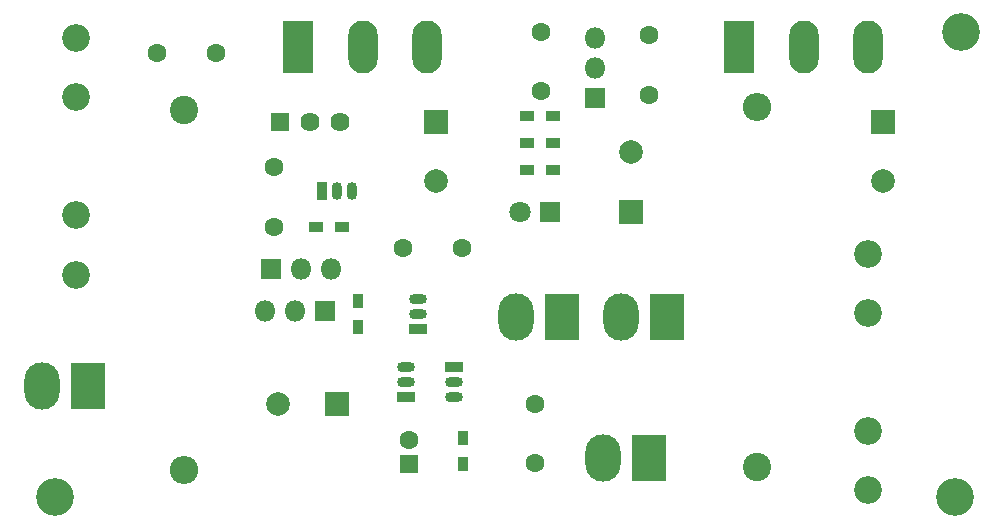
<source format=gts>
G04 #@! TF.GenerationSoftware,KiCad,Pcbnew,(2018-01-30 revision 342197bb3)-makepkg*
G04 #@! TF.CreationDate,2019-02-26T10:02:36-05:00*
G04 #@! TF.ProjectId,AAMB,41414D422E6B696361645F7063620000,rev?*
G04 #@! TF.SameCoordinates,Original*
G04 #@! TF.FileFunction,Soldermask,Top*
G04 #@! TF.FilePolarity,Negative*
%FSLAX46Y46*%
G04 Gerber Fmt 4.6, Leading zero omitted, Abs format (unit mm)*
G04 Created by KiCad (PCBNEW (2018-01-30 revision 342197bb3)-makepkg) date 02/26/19 10:02:36*
%MOMM*%
%LPD*%
G01*
G04 APERTURE LIST*
%ADD10C,3.200000*%
%ADD11C,1.600000*%
%ADD12R,1.600000X1.600000*%
%ADD13C,2.000000*%
%ADD14R,2.000000X2.000000*%
%ADD15C,1.800000*%
%ADD16R,1.800000X1.800000*%
%ADD17C,2.350000*%
%ADD18O,3.000000X4.000000*%
%ADD19R,3.000000X4.000000*%
%ADD20O,1.500000X0.900000*%
%ADD21R,1.500000X0.900000*%
%ADD22O,1.800000X1.800000*%
%ADD23R,0.900000X1.500000*%
%ADD24O,0.900000X1.500000*%
%ADD25R,2.500000X4.500000*%
%ADD26O,2.500000X4.500000*%
%ADD27R,0.900000X1.200000*%
%ADD28R,1.200000X0.900000*%
%ADD29O,2.400000X2.400000*%
%ADD30C,2.400000*%
%ADD31C,1.620000*%
%ADD32R,1.620000X1.620000*%
G04 APERTURE END LIST*
D10*
X125476000Y-96012000D03*
D11*
X155448000Y-91218000D03*
D12*
X155448000Y-93218000D03*
D11*
X166116000Y-93138000D03*
X166116000Y-88138000D03*
D13*
X144352000Y-88138000D03*
D14*
X149352000Y-88138000D03*
D11*
X144018000Y-73152000D03*
X144018000Y-68152000D03*
D14*
X174244000Y-71882000D03*
D13*
X174244000Y-66882000D03*
D11*
X166624000Y-61642000D03*
X166624000Y-56642000D03*
X139112000Y-58420000D03*
X134112000Y-58420000D03*
X154940000Y-74930000D03*
X159940000Y-74930000D03*
X175768000Y-56976000D03*
X175768000Y-61976000D03*
D14*
X157734000Y-64262000D03*
D13*
X157734000Y-69262000D03*
X195580000Y-69262000D03*
D14*
X195580000Y-64262000D03*
D15*
X164846000Y-71882000D03*
D16*
X167386000Y-71882000D03*
D17*
X127254000Y-62216000D03*
X127254000Y-57216000D03*
X127254000Y-72216000D03*
X127254000Y-77216000D03*
X194310000Y-95438000D03*
X194310000Y-90438000D03*
X194310000Y-75438000D03*
X194310000Y-80438000D03*
D18*
X164439600Y-80772000D03*
D19*
X168402000Y-80772000D03*
D20*
X159258000Y-86325500D03*
X159258000Y-87595500D03*
D21*
X159258000Y-85055500D03*
D20*
X156210000Y-80518000D03*
X156210000Y-79248000D03*
D21*
X156210000Y-81788000D03*
X155194000Y-87595500D03*
D20*
X155194000Y-85055500D03*
X155194000Y-86325500D03*
D22*
X143256000Y-80264000D03*
X145796000Y-80264000D03*
D16*
X148336000Y-80264000D03*
D23*
X148082000Y-70104000D03*
D24*
X150622000Y-70104000D03*
X149352000Y-70104000D03*
D22*
X148844000Y-76708000D03*
X146304000Y-76708000D03*
D16*
X143764000Y-76708000D03*
X171196000Y-62230000D03*
D22*
X171196000Y-59690000D03*
X171196000Y-57150000D03*
D25*
X146050000Y-57912000D03*
D26*
X151500000Y-57912000D03*
X156950000Y-57912000D03*
X194288000Y-57912000D03*
X188838000Y-57912000D03*
D25*
X183388000Y-57912000D03*
D27*
X160020000Y-91018000D03*
X160020000Y-93218000D03*
X151130000Y-81618000D03*
X151130000Y-79418000D03*
D28*
X165440000Y-68326000D03*
X167640000Y-68326000D03*
X147574000Y-73152000D03*
X149774000Y-73152000D03*
X165440000Y-63754000D03*
X167640000Y-63754000D03*
X165440000Y-66040000D03*
X167640000Y-66040000D03*
D29*
X136398000Y-93726000D03*
D30*
X136398000Y-63246000D03*
X184912000Y-93472000D03*
D29*
X184912000Y-62992000D03*
D31*
X149606000Y-64262000D03*
X147066000Y-64262000D03*
D32*
X144526000Y-64262000D03*
D18*
X171805600Y-92710000D03*
D19*
X175768000Y-92710000D03*
D18*
X173329600Y-80772000D03*
D19*
X177292000Y-80772000D03*
X128270000Y-86614000D03*
D18*
X124307600Y-86614000D03*
D10*
X201676000Y-96012000D03*
X202184000Y-56642000D03*
M02*

</source>
